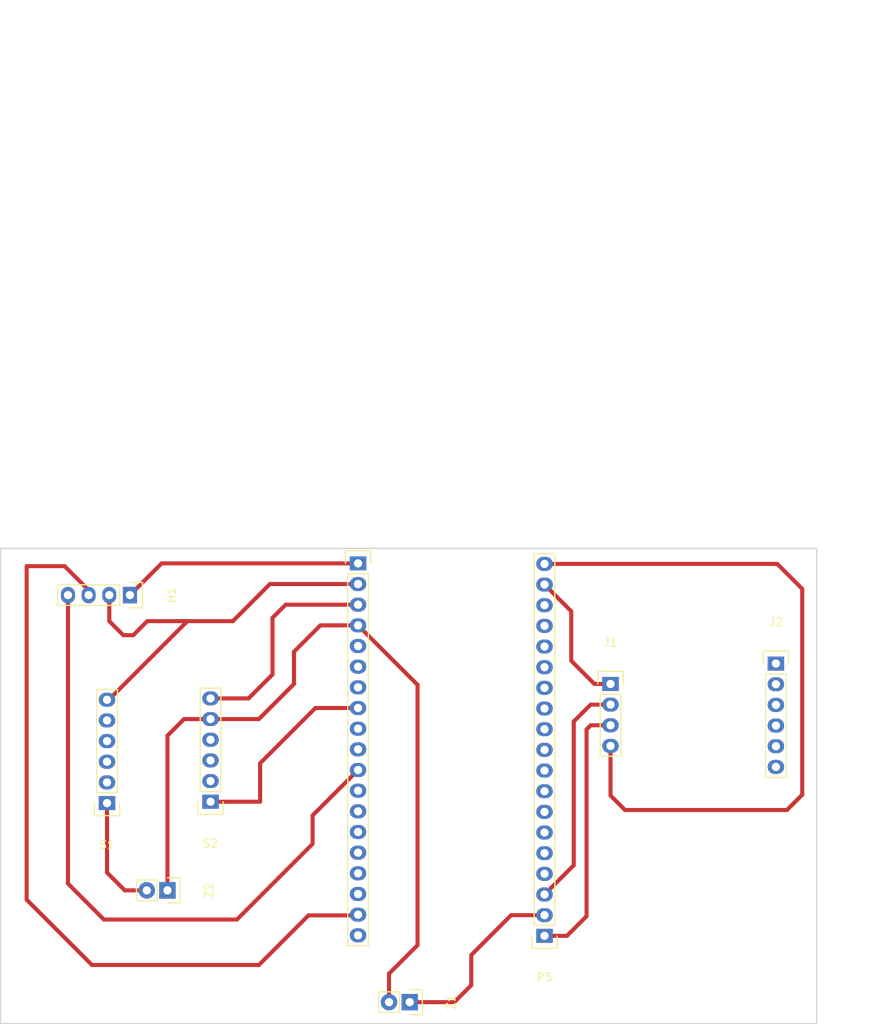
<source format=kicad_pcb>
(kicad_pcb (version 4) (host pcbnew 4.0.7)

  (general
    (links 16)
    (no_connects 0)
    (area 91.364999 51.994999 191.845001 110.565001)
    (thickness 1.6)
    (drawings 5)
    (tracks 76)
    (zones 0)
    (modules 9)
    (nets 53)
  )

  (page A4)
  (layers
    (0 F.Cu signal)
    (31 B.Cu signal)
    (32 B.Adhes user)
    (33 F.Adhes user)
    (34 B.Paste user)
    (35 F.Paste user)
    (36 B.SilkS user)
    (37 F.SilkS user)
    (38 B.Mask user)
    (39 F.Mask user)
    (40 Dwgs.User user)
    (41 Cmts.User user)
    (42 Eco1.User user)
    (43 Eco2.User user)
    (44 Edge.Cuts user)
    (45 Margin user)
    (46 B.CrtYd user)
    (47 F.CrtYd user)
    (48 B.Fab user)
    (49 F.Fab user)
  )

  (setup
    (last_trace_width 0.5)
    (user_trace_width 0.5)
    (user_trace_width 1)
    (user_trace_width 1.5)
    (user_trace_width 2)
    (user_trace_width 2.5)
    (user_trace_width 3)
    (user_trace_width 3.5)
    (user_trace_width 4)
    (trace_clearance 0.2)
    (zone_clearance 0.508)
    (zone_45_only no)
    (trace_min 0.2)
    (segment_width 0.2)
    (edge_width 0.15)
    (via_size 0.6)
    (via_drill 0.4)
    (via_min_size 0.4)
    (via_min_drill 0.3)
    (uvia_size 0.3)
    (uvia_drill 0.1)
    (uvias_allowed no)
    (uvia_min_size 0.2)
    (uvia_min_drill 0.1)
    (pcb_text_width 0.3)
    (pcb_text_size 1.5 1.5)
    (mod_edge_width 0.15)
    (mod_text_size 1 1)
    (mod_text_width 0.15)
    (pad_size 1.524 1.524)
    (pad_drill 0.762)
    (pad_to_mask_clearance 0.2)
    (aux_axis_origin 0 0)
    (visible_elements FFFFFF7F)
    (pcbplotparams
      (layerselection 0x00030_80000001)
      (usegerberextensions false)
      (excludeedgelayer true)
      (linewidth 0.100000)
      (plotframeref false)
      (viasonmask false)
      (mode 1)
      (useauxorigin false)
      (hpglpennumber 1)
      (hpglpenspeed 20)
      (hpglpendiameter 15)
      (hpglpenoverlay 2)
      (psnegative false)
      (psa4output false)
      (plotreference true)
      (plotvalue true)
      (plotinvisibletext false)
      (padsonsilk false)
      (subtractmaskfromsilk false)
      (outputformat 1)
      (mirror false)
      (drillshape 1)
      (scaleselection 1)
      (outputdirectory ""))
  )

  (net 0 "")
  (net 1 /GND2)
  (net 2 /5v1)
  (net 3 /SDA)
  (net 4 /SCL)
  (net 5 /VCC)
  (net 6 /SCK)
  (net 7 /DT)
  (net 8 /GND1)
  (net 9 "Net-(J2-Pad1)")
  (net 10 "Net-(J2-Pad2)")
  (net 11 /A+)
  (net 12 /A-)
  (net 13 /E-)
  (net 14 /E+)
  (net 15 /3v)
  (net 16 /GND)
  (net 17 "Net-(P4-Pad5)")
  (net 18 "Net-(P4-Pad6)")
  (net 19 "Net-(P4-Pad7)")
  (net 20 /M0)
  (net 21 "Net-(P4-Pad9)")
  (net 22 "Net-(P4-Pad10)")
  (net 23 "Net-(P4-Pad12)")
  (net 24 "Net-(P4-Pad13)")
  (net 25 "Net-(P4-Pad14)")
  (net 26 "Net-(P4-Pad15)")
  (net 27 "Net-(P4-Pad16)")
  (net 28 "Net-(P4-Pad17)")
  (net 29 "Net-(P4-Pad19)")
  (net 30 "Net-(P5-Pad2)")
  (net 31 "Net-(P5-Pad4)")
  (net 32 "Net-(P5-Pad5)")
  (net 33 "Net-(P5-Pad6)")
  (net 34 "Net-(P5-Pad7)")
  (net 35 "Net-(P5-Pad8)")
  (net 36 "Net-(P5-Pad9)")
  (net 37 "Net-(P5-Pad10)")
  (net 38 "Net-(P5-Pad11)")
  (net 39 "Net-(P5-Pad12)")
  (net 40 "Net-(P5-Pad13)")
  (net 41 "Net-(P5-Pad14)")
  (net 42 "Net-(P5-Pad15)")
  (net 43 "Net-(P5-Pad16)")
  (net 44 "Net-(P5-Pad17)")
  (net 45 "Net-(S1-Pad2)")
  (net 46 "Net-(S1-Pad3)")
  (net 47 "Net-(S1-Pad4)")
  (net 48 "Net-(S1-Pad5)")
  (net 49 "Net-(S2-Pad2)")
  (net 50 "Net-(S2-Pad3)")
  (net 51 "Net-(S2-Pad4)")
  (net 52 /M1)

  (net_class Default "This is the default net class."
    (clearance 0.2)
    (trace_width 0.25)
    (via_dia 0.6)
    (via_drill 0.4)
    (uvia_dia 0.3)
    (uvia_drill 0.1)
    (add_net /3v)
    (add_net /5v1)
    (add_net /A+)
    (add_net /A-)
    (add_net /DT)
    (add_net /E+)
    (add_net /E-)
    (add_net /GND)
    (add_net /GND1)
    (add_net /GND2)
    (add_net /M0)
    (add_net /M1)
    (add_net /SCK)
    (add_net /SCL)
    (add_net /SDA)
    (add_net /VCC)
    (add_net "Net-(J2-Pad1)")
    (add_net "Net-(J2-Pad2)")
    (add_net "Net-(P4-Pad10)")
    (add_net "Net-(P4-Pad12)")
    (add_net "Net-(P4-Pad13)")
    (add_net "Net-(P4-Pad14)")
    (add_net "Net-(P4-Pad15)")
    (add_net "Net-(P4-Pad16)")
    (add_net "Net-(P4-Pad17)")
    (add_net "Net-(P4-Pad19)")
    (add_net "Net-(P4-Pad5)")
    (add_net "Net-(P4-Pad6)")
    (add_net "Net-(P4-Pad7)")
    (add_net "Net-(P4-Pad9)")
    (add_net "Net-(P5-Pad10)")
    (add_net "Net-(P5-Pad11)")
    (add_net "Net-(P5-Pad12)")
    (add_net "Net-(P5-Pad13)")
    (add_net "Net-(P5-Pad14)")
    (add_net "Net-(P5-Pad15)")
    (add_net "Net-(P5-Pad16)")
    (add_net "Net-(P5-Pad17)")
    (add_net "Net-(P5-Pad2)")
    (add_net "Net-(P5-Pad4)")
    (add_net "Net-(P5-Pad5)")
    (add_net "Net-(P5-Pad6)")
    (add_net "Net-(P5-Pad7)")
    (add_net "Net-(P5-Pad8)")
    (add_net "Net-(P5-Pad9)")
    (add_net "Net-(S1-Pad2)")
    (add_net "Net-(S1-Pad3)")
    (add_net "Net-(S1-Pad4)")
    (add_net "Net-(S1-Pad5)")
    (add_net "Net-(S2-Pad2)")
    (add_net "Net-(S2-Pad3)")
    (add_net "Net-(S2-Pad4)")
  )

  (module Pin_Headers:Pin_Header_Straight_1x04 (layer F.Cu) (tedit 0) (tstamp 5A5A0CE8)
    (at 107.3404 57.8104 270)
    (descr "Through hole pin header")
    (tags "pin header")
    (path /5A53E1CD)
    (fp_text reference H1 (at 0 -5.1 270) (layer F.SilkS)
      (effects (font (size 1 1) (thickness 0.15)))
    )
    (fp_text value Temp_humidity (at 0 -3.1 270) (layer F.Fab)
      (effects (font (size 1 1) (thickness 0.15)))
    )
    (fp_line (start -1.75 -1.75) (end -1.75 9.4) (layer F.CrtYd) (width 0.05))
    (fp_line (start 1.75 -1.75) (end 1.75 9.4) (layer F.CrtYd) (width 0.05))
    (fp_line (start -1.75 -1.75) (end 1.75 -1.75) (layer F.CrtYd) (width 0.05))
    (fp_line (start -1.75 9.4) (end 1.75 9.4) (layer F.CrtYd) (width 0.05))
    (fp_line (start -1.27 1.27) (end -1.27 8.89) (layer F.SilkS) (width 0.15))
    (fp_line (start 1.27 1.27) (end 1.27 8.89) (layer F.SilkS) (width 0.15))
    (fp_line (start 1.55 -1.55) (end 1.55 0) (layer F.SilkS) (width 0.15))
    (fp_line (start -1.27 8.89) (end 1.27 8.89) (layer F.SilkS) (width 0.15))
    (fp_line (start 1.27 1.27) (end -1.27 1.27) (layer F.SilkS) (width 0.15))
    (fp_line (start -1.55 0) (end -1.55 -1.55) (layer F.SilkS) (width 0.15))
    (fp_line (start -1.55 -1.55) (end 1.55 -1.55) (layer F.SilkS) (width 0.15))
    (pad 1 thru_hole rect (at 0 0 270) (size 2.032 1.7272) (drill 1.016) (layers *.Cu *.Mask)
      (net 1 /GND2))
    (pad 2 thru_hole oval (at 0 2.54 270) (size 2.032 1.7272) (drill 1.016) (layers *.Cu *.Mask)
      (net 2 /5v1))
    (pad 3 thru_hole oval (at 0 5.08 270) (size 2.032 1.7272) (drill 1.016) (layers *.Cu *.Mask)
      (net 3 /SDA))
    (pad 4 thru_hole oval (at 0 7.62 270) (size 2.032 1.7272) (drill 1.016) (layers *.Cu *.Mask)
      (net 4 /SCL))
    (model Pin_Headers.3dshapes/Pin_Header_Straight_1x04.wrl
      (at (xyz 0 -0.15 0))
      (scale (xyz 1 1 1))
      (rotate (xyz 0 0 90))
    )
  )

  (module Pin_Headers:Pin_Header_Straight_1x04 (layer F.Cu) (tedit 0) (tstamp 5A5A0CFB)
    (at 166.4208 68.7324)
    (descr "Through hole pin header")
    (tags "pin header")
    (path /5A53BC44)
    (fp_text reference J1 (at 0 -5.1) (layer F.SilkS)
      (effects (font (size 1 1) (thickness 0.15)))
    )
    (fp_text value ScaleL (at 0 -3.1) (layer F.Fab)
      (effects (font (size 1 1) (thickness 0.15)))
    )
    (fp_line (start -1.75 -1.75) (end -1.75 9.4) (layer F.CrtYd) (width 0.05))
    (fp_line (start 1.75 -1.75) (end 1.75 9.4) (layer F.CrtYd) (width 0.05))
    (fp_line (start -1.75 -1.75) (end 1.75 -1.75) (layer F.CrtYd) (width 0.05))
    (fp_line (start -1.75 9.4) (end 1.75 9.4) (layer F.CrtYd) (width 0.05))
    (fp_line (start -1.27 1.27) (end -1.27 8.89) (layer F.SilkS) (width 0.15))
    (fp_line (start 1.27 1.27) (end 1.27 8.89) (layer F.SilkS) (width 0.15))
    (fp_line (start 1.55 -1.55) (end 1.55 0) (layer F.SilkS) (width 0.15))
    (fp_line (start -1.27 8.89) (end 1.27 8.89) (layer F.SilkS) (width 0.15))
    (fp_line (start 1.27 1.27) (end -1.27 1.27) (layer F.SilkS) (width 0.15))
    (fp_line (start -1.55 0) (end -1.55 -1.55) (layer F.SilkS) (width 0.15))
    (fp_line (start -1.55 -1.55) (end 1.55 -1.55) (layer F.SilkS) (width 0.15))
    (pad 1 thru_hole rect (at 0 0) (size 2.032 1.7272) (drill 1.016) (layers *.Cu *.Mask)
      (net 5 /VCC))
    (pad 2 thru_hole oval (at 0 2.54) (size 2.032 1.7272) (drill 1.016) (layers *.Cu *.Mask)
      (net 6 /SCK))
    (pad 3 thru_hole oval (at 0 5.08) (size 2.032 1.7272) (drill 1.016) (layers *.Cu *.Mask)
      (net 7 /DT))
    (pad 4 thru_hole oval (at 0 7.62) (size 2.032 1.7272) (drill 1.016) (layers *.Cu *.Mask)
      (net 8 /GND1))
    (model Pin_Headers.3dshapes/Pin_Header_Straight_1x04.wrl
      (at (xyz 0 -0.15 0))
      (scale (xyz 1 1 1))
      (rotate (xyz 0 0 90))
    )
  )

  (module Pin_Headers:Pin_Header_Straight_1x06 (layer F.Cu) (tedit 0) (tstamp 5A5A0D10)
    (at 186.7535 66.2305)
    (descr "Through hole pin header")
    (tags "pin header")
    (path /5A53BF27)
    (fp_text reference J2 (at 0 -5.1) (layer F.SilkS)
      (effects (font (size 1 1) (thickness 0.15)))
    )
    (fp_text value Scale (at 0 -3.1) (layer F.Fab)
      (effects (font (size 1 1) (thickness 0.15)))
    )
    (fp_line (start -1.75 -1.75) (end -1.75 14.45) (layer F.CrtYd) (width 0.05))
    (fp_line (start 1.75 -1.75) (end 1.75 14.45) (layer F.CrtYd) (width 0.05))
    (fp_line (start -1.75 -1.75) (end 1.75 -1.75) (layer F.CrtYd) (width 0.05))
    (fp_line (start -1.75 14.45) (end 1.75 14.45) (layer F.CrtYd) (width 0.05))
    (fp_line (start 1.27 1.27) (end 1.27 13.97) (layer F.SilkS) (width 0.15))
    (fp_line (start 1.27 13.97) (end -1.27 13.97) (layer F.SilkS) (width 0.15))
    (fp_line (start -1.27 13.97) (end -1.27 1.27) (layer F.SilkS) (width 0.15))
    (fp_line (start 1.55 -1.55) (end 1.55 0) (layer F.SilkS) (width 0.15))
    (fp_line (start 1.27 1.27) (end -1.27 1.27) (layer F.SilkS) (width 0.15))
    (fp_line (start -1.55 0) (end -1.55 -1.55) (layer F.SilkS) (width 0.15))
    (fp_line (start -1.55 -1.55) (end 1.55 -1.55) (layer F.SilkS) (width 0.15))
    (pad 1 thru_hole rect (at 0 0) (size 2.032 1.7272) (drill 1.016) (layers *.Cu *.Mask)
      (net 9 "Net-(J2-Pad1)"))
    (pad 2 thru_hole oval (at 0 2.54) (size 2.032 1.7272) (drill 1.016) (layers *.Cu *.Mask)
      (net 10 "Net-(J2-Pad2)"))
    (pad 3 thru_hole oval (at 0 5.08) (size 2.032 1.7272) (drill 1.016) (layers *.Cu *.Mask)
      (net 11 /A+))
    (pad 4 thru_hole oval (at 0 7.62) (size 2.032 1.7272) (drill 1.016) (layers *.Cu *.Mask)
      (net 12 /A-))
    (pad 5 thru_hole oval (at 0 10.16) (size 2.032 1.7272) (drill 1.016) (layers *.Cu *.Mask)
      (net 13 /E-))
    (pad 6 thru_hole oval (at 0 12.7) (size 2.032 1.7272) (drill 1.016) (layers *.Cu *.Mask)
      (net 14 /E+))
    (model Pin_Headers.3dshapes/Pin_Header_Straight_1x06.wrl
      (at (xyz 0 -0.25 0))
      (scale (xyz 1 1 1))
      (rotate (xyz 0 0 90))
    )
  )

  (module Pin_Headers:Pin_Header_Straight_1x19 (layer F.Cu) (tedit 5A56EC9E) (tstamp 5A5A0D32)
    (at 135.382 53.9115)
    (descr "Through hole pin header")
    (tags "pin header")
    (path /5943A05C)
    (fp_text reference P4 (at 0 -5.1) (layer F.SilkS) hide
      (effects (font (size 1 1) (thickness 0.15)))
    )
    (fp_text value ESP_32 (at 0 -3.1) (layer F.Fab) hide
      (effects (font (size 1 1) (thickness 0.15)))
    )
    (fp_line (start -1.75 -1.75) (end -1.75 47.5) (layer F.CrtYd) (width 0.05))
    (fp_line (start 1.75 -1.75) (end 1.75 47.5) (layer F.CrtYd) (width 0.05))
    (fp_line (start -1.75 -1.75) (end 1.75 -1.75) (layer F.CrtYd) (width 0.05))
    (fp_line (start -1.75 47.5) (end 1.75 47.5) (layer F.CrtYd) (width 0.05))
    (fp_line (start 1.27 1.27) (end 1.27 46.99) (layer F.SilkS) (width 0.15))
    (fp_line (start 1.27 46.99) (end -1.27 46.99) (layer F.SilkS) (width 0.15))
    (fp_line (start -1.27 46.99) (end -1.27 1.27) (layer F.SilkS) (width 0.15))
    (fp_line (start 1.55 -1.55) (end 1.55 0) (layer F.SilkS) (width 0.15))
    (fp_line (start 1.27 1.27) (end -1.27 1.27) (layer F.SilkS) (width 0.15))
    (fp_line (start -1.55 0) (end -1.55 -1.55) (layer F.SilkS) (width 0.15))
    (fp_line (start -1.55 -1.55) (end 1.55 -1.55) (layer F.SilkS) (width 0.15))
    (pad 1 thru_hole rect (at 0 0) (size 2.032 1.7272) (drill 1.016) (layers *.Cu *.Mask)
      (net 1 /GND2))
    (pad 2 thru_hole oval (at 0 2.54) (size 2.032 1.7272) (drill 1.016) (layers *.Cu *.Mask)
      (net 2 /5v1))
    (pad 3 thru_hole oval (at 0 5.08) (size 2.032 1.7272) (drill 1.016) (layers *.Cu *.Mask)
      (net 15 /3v))
    (pad 4 thru_hole oval (at 0 7.62) (size 2.032 1.7272) (drill 1.016) (layers *.Cu *.Mask)
      (net 16 /GND))
    (pad 5 thru_hole oval (at 0 10.16) (size 2.032 1.7272) (drill 1.016) (layers *.Cu *.Mask)
      (net 17 "Net-(P4-Pad5)"))
    (pad 6 thru_hole oval (at 0 12.7) (size 2.032 1.7272) (drill 1.016) (layers *.Cu *.Mask)
      (net 18 "Net-(P4-Pad6)"))
    (pad 7 thru_hole oval (at 0 15.24) (size 2.032 1.7272) (drill 1.016) (layers *.Cu *.Mask)
      (net 19 "Net-(P4-Pad7)"))
    (pad 8 thru_hole oval (at 0 17.78) (size 2.032 1.7272) (drill 1.016) (layers *.Cu *.Mask)
      (net 20 /M0))
    (pad 9 thru_hole oval (at 0 20.32) (size 2.032 1.7272) (drill 1.016) (layers *.Cu *.Mask)
      (net 21 "Net-(P4-Pad9)"))
    (pad 10 thru_hole oval (at 0 22.86) (size 2.032 1.7272) (drill 1.016) (layers *.Cu *.Mask)
      (net 22 "Net-(P4-Pad10)"))
    (pad 11 thru_hole oval (at 0 25.4) (size 2.032 1.7272) (drill 1.016) (layers *.Cu *.Mask)
      (net 4 /SCL))
    (pad 12 thru_hole oval (at 0 27.94) (size 2.032 1.7272) (drill 1.016) (layers *.Cu *.Mask)
      (net 23 "Net-(P4-Pad12)"))
    (pad 13 thru_hole oval (at 0 30.48) (size 2.032 1.7272) (drill 1.016) (layers *.Cu *.Mask)
      (net 24 "Net-(P4-Pad13)"))
    (pad 14 thru_hole oval (at 0 33.02) (size 2.032 1.7272) (drill 1.016) (layers *.Cu *.Mask)
      (net 25 "Net-(P4-Pad14)"))
    (pad 15 thru_hole oval (at 0 35.56) (size 2.032 1.7272) (drill 1.016) (layers *.Cu *.Mask)
      (net 26 "Net-(P4-Pad15)"))
    (pad 16 thru_hole oval (at 0 38.1) (size 2.032 1.7272) (drill 1.016) (layers *.Cu *.Mask)
      (net 27 "Net-(P4-Pad16)"))
    (pad 17 thru_hole oval (at 0 40.64) (size 2.032 1.7272) (drill 1.016) (layers *.Cu *.Mask)
      (net 28 "Net-(P4-Pad17)"))
    (pad 18 thru_hole oval (at 0 43.18) (size 2.032 1.7272) (drill 1.016) (layers *.Cu *.Mask)
      (net 3 /SDA))
    (pad 19 thru_hole oval (at 0 45.72) (size 2.032 1.7272) (drill 1.016) (layers *.Cu *.Mask)
      (net 29 "Net-(P4-Pad19)"))
    (model Pin_Headers.3dshapes/Pin_Header_Straight_1x19.wrl
      (at (xyz 0 -0.9 0))
      (scale (xyz 1 1 1))
      (rotate (xyz 0 0 90))
    )
  )

  (module Pin_Headers:Pin_Header_Straight_1x19 (layer F.Cu) (tedit 0) (tstamp 5A5A0D54)
    (at 158.3055 99.695 180)
    (descr "Through hole pin header")
    (tags "pin header")
    (path /5A55B634)
    (fp_text reference P5 (at 0 -5.1 180) (layer F.SilkS)
      (effects (font (size 1 1) (thickness 0.15)))
    )
    (fp_text value esp_lora (at 0 -3.1 180) (layer F.Fab)
      (effects (font (size 1 1) (thickness 0.15)))
    )
    (fp_line (start -1.75 -1.75) (end -1.75 47.5) (layer F.CrtYd) (width 0.05))
    (fp_line (start 1.75 -1.75) (end 1.75 47.5) (layer F.CrtYd) (width 0.05))
    (fp_line (start -1.75 -1.75) (end 1.75 -1.75) (layer F.CrtYd) (width 0.05))
    (fp_line (start -1.75 47.5) (end 1.75 47.5) (layer F.CrtYd) (width 0.05))
    (fp_line (start 1.27 1.27) (end 1.27 46.99) (layer F.SilkS) (width 0.15))
    (fp_line (start 1.27 46.99) (end -1.27 46.99) (layer F.SilkS) (width 0.15))
    (fp_line (start -1.27 46.99) (end -1.27 1.27) (layer F.SilkS) (width 0.15))
    (fp_line (start 1.55 -1.55) (end 1.55 0) (layer F.SilkS) (width 0.15))
    (fp_line (start 1.27 1.27) (end -1.27 1.27) (layer F.SilkS) (width 0.15))
    (fp_line (start -1.55 0) (end -1.55 -1.55) (layer F.SilkS) (width 0.15))
    (fp_line (start -1.55 -1.55) (end 1.55 -1.55) (layer F.SilkS) (width 0.15))
    (pad 1 thru_hole rect (at 0 0 180) (size 2.032 1.7272) (drill 1.016) (layers *.Cu *.Mask)
      (net 7 /DT))
    (pad 2 thru_hole oval (at 0 2.54 180) (size 2.032 1.7272) (drill 1.016) (layers *.Cu *.Mask)
      (net 30 "Net-(P5-Pad2)"))
    (pad 3 thru_hole oval (at 0 5.08 180) (size 2.032 1.7272) (drill 1.016) (layers *.Cu *.Mask)
      (net 6 /SCK))
    (pad 4 thru_hole oval (at 0 7.62 180) (size 2.032 1.7272) (drill 1.016) (layers *.Cu *.Mask)
      (net 31 "Net-(P5-Pad4)"))
    (pad 5 thru_hole oval (at 0 10.16 180) (size 2.032 1.7272) (drill 1.016) (layers *.Cu *.Mask)
      (net 32 "Net-(P5-Pad5)"))
    (pad 6 thru_hole oval (at 0 12.7 180) (size 2.032 1.7272) (drill 1.016) (layers *.Cu *.Mask)
      (net 33 "Net-(P5-Pad6)"))
    (pad 7 thru_hole oval (at 0 15.24 180) (size 2.032 1.7272) (drill 1.016) (layers *.Cu *.Mask)
      (net 34 "Net-(P5-Pad7)"))
    (pad 8 thru_hole oval (at 0 17.78 180) (size 2.032 1.7272) (drill 1.016) (layers *.Cu *.Mask)
      (net 35 "Net-(P5-Pad8)"))
    (pad 9 thru_hole oval (at 0 20.32 180) (size 2.032 1.7272) (drill 1.016) (layers *.Cu *.Mask)
      (net 36 "Net-(P5-Pad9)"))
    (pad 10 thru_hole oval (at 0 22.86 180) (size 2.032 1.7272) (drill 1.016) (layers *.Cu *.Mask)
      (net 37 "Net-(P5-Pad10)"))
    (pad 11 thru_hole oval (at 0 25.4 180) (size 2.032 1.7272) (drill 1.016) (layers *.Cu *.Mask)
      (net 38 "Net-(P5-Pad11)"))
    (pad 12 thru_hole oval (at 0 27.94 180) (size 2.032 1.7272) (drill 1.016) (layers *.Cu *.Mask)
      (net 39 "Net-(P5-Pad12)"))
    (pad 13 thru_hole oval (at 0 30.48 180) (size 2.032 1.7272) (drill 1.016) (layers *.Cu *.Mask)
      (net 40 "Net-(P5-Pad13)"))
    (pad 14 thru_hole oval (at 0 33.02 180) (size 2.032 1.7272) (drill 1.016) (layers *.Cu *.Mask)
      (net 41 "Net-(P5-Pad14)"))
    (pad 15 thru_hole oval (at 0 35.56 180) (size 2.032 1.7272) (drill 1.016) (layers *.Cu *.Mask)
      (net 42 "Net-(P5-Pad15)"))
    (pad 16 thru_hole oval (at 0 38.1 180) (size 2.032 1.7272) (drill 1.016) (layers *.Cu *.Mask)
      (net 43 "Net-(P5-Pad16)"))
    (pad 17 thru_hole oval (at 0 40.64 180) (size 2.032 1.7272) (drill 1.016) (layers *.Cu *.Mask)
      (net 44 "Net-(P5-Pad17)"))
    (pad 18 thru_hole oval (at 0 43.18 180) (size 2.032 1.7272) (drill 1.016) (layers *.Cu *.Mask)
      (net 5 /VCC))
    (pad 19 thru_hole oval (at 0 45.72 180) (size 2.032 1.7272) (drill 1.016) (layers *.Cu *.Mask)
      (net 8 /GND1))
    (model Pin_Headers.3dshapes/Pin_Header_Straight_1x19.wrl
      (at (xyz 0 -0.9 0))
      (scale (xyz 1 1 1))
      (rotate (xyz 0 0 90))
    )
  )

  (module Pin_Headers:Pin_Header_Straight_1x06 (layer F.Cu) (tedit 0) (tstamp 5A5A0D69)
    (at 104.521 83.3755 180)
    (descr "Through hole pin header")
    (tags "pin header")
    (path /5A53BE14)
    (fp_text reference S1 (at 0 -5.1 180) (layer F.SilkS)
      (effects (font (size 1 1) (thickness 0.15)))
    )
    (fp_text value Shifter (at 0 -3.1 180) (layer F.Fab)
      (effects (font (size 1 1) (thickness 0.15)))
    )
    (fp_line (start -1.75 -1.75) (end -1.75 14.45) (layer F.CrtYd) (width 0.05))
    (fp_line (start 1.75 -1.75) (end 1.75 14.45) (layer F.CrtYd) (width 0.05))
    (fp_line (start -1.75 -1.75) (end 1.75 -1.75) (layer F.CrtYd) (width 0.05))
    (fp_line (start -1.75 14.45) (end 1.75 14.45) (layer F.CrtYd) (width 0.05))
    (fp_line (start 1.27 1.27) (end 1.27 13.97) (layer F.SilkS) (width 0.15))
    (fp_line (start 1.27 13.97) (end -1.27 13.97) (layer F.SilkS) (width 0.15))
    (fp_line (start -1.27 13.97) (end -1.27 1.27) (layer F.SilkS) (width 0.15))
    (fp_line (start 1.55 -1.55) (end 1.55 0) (layer F.SilkS) (width 0.15))
    (fp_line (start 1.27 1.27) (end -1.27 1.27) (layer F.SilkS) (width 0.15))
    (fp_line (start -1.55 0) (end -1.55 -1.55) (layer F.SilkS) (width 0.15))
    (fp_line (start -1.55 -1.55) (end 1.55 -1.55) (layer F.SilkS) (width 0.15))
    (pad 1 thru_hole rect (at 0 0 180) (size 2.032 1.7272) (drill 1.016) (layers *.Cu *.Mask)
      (net 52 /M1))
    (pad 2 thru_hole oval (at 0 2.54 180) (size 2.032 1.7272) (drill 1.016) (layers *.Cu *.Mask)
      (net 45 "Net-(S1-Pad2)"))
    (pad 3 thru_hole oval (at 0 5.08 180) (size 2.032 1.7272) (drill 1.016) (layers *.Cu *.Mask)
      (net 46 "Net-(S1-Pad3)"))
    (pad 4 thru_hole oval (at 0 7.62 180) (size 2.032 1.7272) (drill 1.016) (layers *.Cu *.Mask)
      (net 47 "Net-(S1-Pad4)"))
    (pad 5 thru_hole oval (at 0 10.16 180) (size 2.032 1.7272) (drill 1.016) (layers *.Cu *.Mask)
      (net 48 "Net-(S1-Pad5)"))
    (pad 6 thru_hole oval (at 0 12.7 180) (size 2.032 1.7272) (drill 1.016) (layers *.Cu *.Mask)
      (net 2 /5v1))
    (model Pin_Headers.3dshapes/Pin_Header_Straight_1x06.wrl
      (at (xyz 0 -0.25 0))
      (scale (xyz 1 1 1))
      (rotate (xyz 0 0 90))
    )
  )

  (module Pin_Headers:Pin_Header_Straight_1x06 (layer F.Cu) (tedit 0) (tstamp 5A5A0D7E)
    (at 117.2464 83.2104 180)
    (descr "Through hole pin header")
    (tags "pin header")
    (path /5A53BECB)
    (fp_text reference S2 (at 0 -5.1 180) (layer F.SilkS)
      (effects (font (size 1 1) (thickness 0.15)))
    )
    (fp_text value ShifterR (at 0 -3.1 180) (layer F.Fab)
      (effects (font (size 1 1) (thickness 0.15)))
    )
    (fp_line (start -1.75 -1.75) (end -1.75 14.45) (layer F.CrtYd) (width 0.05))
    (fp_line (start 1.75 -1.75) (end 1.75 14.45) (layer F.CrtYd) (width 0.05))
    (fp_line (start -1.75 -1.75) (end 1.75 -1.75) (layer F.CrtYd) (width 0.05))
    (fp_line (start -1.75 14.45) (end 1.75 14.45) (layer F.CrtYd) (width 0.05))
    (fp_line (start 1.27 1.27) (end 1.27 13.97) (layer F.SilkS) (width 0.15))
    (fp_line (start 1.27 13.97) (end -1.27 13.97) (layer F.SilkS) (width 0.15))
    (fp_line (start -1.27 13.97) (end -1.27 1.27) (layer F.SilkS) (width 0.15))
    (fp_line (start 1.55 -1.55) (end 1.55 0) (layer F.SilkS) (width 0.15))
    (fp_line (start 1.27 1.27) (end -1.27 1.27) (layer F.SilkS) (width 0.15))
    (fp_line (start -1.55 0) (end -1.55 -1.55) (layer F.SilkS) (width 0.15))
    (fp_line (start -1.55 -1.55) (end 1.55 -1.55) (layer F.SilkS) (width 0.15))
    (pad 1 thru_hole rect (at 0 0 180) (size 2.032 1.7272) (drill 1.016) (layers *.Cu *.Mask)
      (net 20 /M0))
    (pad 2 thru_hole oval (at 0 2.54 180) (size 2.032 1.7272) (drill 1.016) (layers *.Cu *.Mask)
      (net 49 "Net-(S2-Pad2)"))
    (pad 3 thru_hole oval (at 0 5.08 180) (size 2.032 1.7272) (drill 1.016) (layers *.Cu *.Mask)
      (net 50 "Net-(S2-Pad3)"))
    (pad 4 thru_hole oval (at 0 7.62 180) (size 2.032 1.7272) (drill 1.016) (layers *.Cu *.Mask)
      (net 51 "Net-(S2-Pad4)"))
    (pad 5 thru_hole oval (at 0 10.16 180) (size 2.032 1.7272) (drill 1.016) (layers *.Cu *.Mask)
      (net 16 /GND))
    (pad 6 thru_hole oval (at 0 12.7 180) (size 2.032 1.7272) (drill 1.016) (layers *.Cu *.Mask)
      (net 15 /3v))
    (model Pin_Headers.3dshapes/Pin_Header_Straight_1x06.wrl
      (at (xyz 0 -0.25 0))
      (scale (xyz 1 1 1))
      (rotate (xyz 0 0 90))
    )
  )

  (module Pin_Headers:Pin_Header_Straight_1x02 (layer F.Cu) (tedit 54EA090C) (tstamp 5A5A0D8F)
    (at 141.732 107.8484 270)
    (descr "Through hole pin header")
    (tags "pin header")
    (path /5A56C528)
    (fp_text reference Z1 (at 0 -5.1 270) (layer F.SilkS)
      (effects (font (size 1 1) (thickness 0.15)))
    )
    (fp_text value Buzzer (at 0 -3.1 270) (layer F.Fab)
      (effects (font (size 1 1) (thickness 0.15)))
    )
    (fp_line (start 1.27 1.27) (end 1.27 3.81) (layer F.SilkS) (width 0.15))
    (fp_line (start 1.55 -1.55) (end 1.55 0) (layer F.SilkS) (width 0.15))
    (fp_line (start -1.75 -1.75) (end -1.75 4.3) (layer F.CrtYd) (width 0.05))
    (fp_line (start 1.75 -1.75) (end 1.75 4.3) (layer F.CrtYd) (width 0.05))
    (fp_line (start -1.75 -1.75) (end 1.75 -1.75) (layer F.CrtYd) (width 0.05))
    (fp_line (start -1.75 4.3) (end 1.75 4.3) (layer F.CrtYd) (width 0.05))
    (fp_line (start 1.27 1.27) (end -1.27 1.27) (layer F.SilkS) (width 0.15))
    (fp_line (start -1.55 0) (end -1.55 -1.55) (layer F.SilkS) (width 0.15))
    (fp_line (start -1.55 -1.55) (end 1.55 -1.55) (layer F.SilkS) (width 0.15))
    (fp_line (start -1.27 1.27) (end -1.27 3.81) (layer F.SilkS) (width 0.15))
    (fp_line (start -1.27 3.81) (end 1.27 3.81) (layer F.SilkS) (width 0.15))
    (pad 1 thru_hole rect (at 0 0 270) (size 2.032 2.032) (drill 1.016) (layers *.Cu *.Mask)
      (net 30 "Net-(P5-Pad2)"))
    (pad 2 thru_hole oval (at 0 2.54 270) (size 2.032 2.032) (drill 1.016) (layers *.Cu *.Mask)
      (net 16 /GND))
    (model Pin_Headers.3dshapes/Pin_Header_Straight_1x02.wrl
      (at (xyz 0 -0.05 0))
      (scale (xyz 1 1 1))
      (rotate (xyz 0 0 90))
    )
  )

  (module Pin_Headers:Pin_Header_Straight_1x02 (layer F.Cu) (tedit 5A5701E6) (tstamp 5A5A0DA0)
    (at 111.9505 94.107 270)
    (descr "Through hole pin header")
    (tags "pin header")
    (path /5A56EC1C)
    (fp_text reference Z2 (at 0 -5.1 270) (layer F.SilkS)
      (effects (font (size 1 1) (thickness 0.15)))
    )
    (fp_text value Relay (at 0 -3.1 270) (layer F.Fab)
      (effects (font (size 1 1) (thickness 0.15)))
    )
    (fp_line (start 1.27 1.27) (end 1.27 3.81) (layer F.SilkS) (width 0.15))
    (fp_line (start 1.55 -1.55) (end 1.55 0) (layer F.SilkS) (width 0.15))
    (fp_line (start -1.75 -1.75) (end -1.75 4.3) (layer F.CrtYd) (width 0.05))
    (fp_line (start 1.75 -1.75) (end 1.75 4.3) (layer F.CrtYd) (width 0.05))
    (fp_line (start -1.75 -1.75) (end 1.75 -1.75) (layer F.CrtYd) (width 0.05))
    (fp_line (start -1.75 4.3) (end 1.75 4.3) (layer F.CrtYd) (width 0.05))
    (fp_line (start 1.27 1.27) (end -1.27 1.27) (layer F.SilkS) (width 0.15))
    (fp_line (start -1.55 0) (end -1.55 -1.55) (layer F.SilkS) (width 0.15))
    (fp_line (start -1.55 -1.55) (end 1.55 -1.55) (layer F.SilkS) (width 0.15))
    (fp_line (start -1.27 1.27) (end -1.27 3.81) (layer F.SilkS) (width 0.15))
    (fp_line (start -1.27 3.81) (end 1.27 3.81) (layer F.SilkS) (width 0.15))
    (pad 1 thru_hole rect (at 0 0 270) (size 2.032 2.032) (drill 1.016) (layers *.Cu *.Mask)
      (net 16 /GND))
    (pad 2 thru_hole oval (at 0 2.54 270) (size 2.032 2.032) (drill 1.016) (layers *.Cu *.Mask)
      (net 52 /M1))
    (model Pin_Headers.3dshapes/Pin_Header_Straight_1x02.wrl
      (at (xyz 0 -0.05 0))
      (scale (xyz 1 1 1))
      (rotate (xyz 0 0 90))
    )
  )

  (gr_line (start 91.44 110.49) (end 91.44 52.07) (angle 90) (layer Edge.Cuts) (width 0.15))
  (gr_line (start 191.77 110.49) (end 91.44 110.49) (angle 90) (layer Edge.Cuts) (width 0.15))
  (gr_line (start 191.77 52.07) (end 191.77 110.49) (angle 90) (layer Edge.Cuts) (width 0.15))
  (gr_line (start 91.44 52.07) (end 191.77 52.07) (angle 90) (layer Edge.Cuts) (width 0.15))
  (gr_line (start 196.85 -13.97) (end 198.12 -15.24) (angle 90) (layer Cmts.User) (width 0.2))

  (segment (start 135.382 53.9115) (end 111.2393 53.9115) (width 0.5) (layer F.Cu) (net 1))
  (segment (start 111.2393 53.9115) (end 107.3404 57.8104) (width 0.5) (layer F.Cu) (net 1) (tstamp 5A5A158C))
  (segment (start 114.4016 61.0108) (end 109.474 61.0108) (width 0.5) (layer F.Cu) (net 2))
  (segment (start 104.8004 61.0108) (end 104.8004 57.8104) (width 0.5) (layer F.Cu) (net 2) (tstamp 5A5A1589))
  (segment (start 106.5276 62.738) (end 104.8004 61.0108) (width 0.5) (layer F.Cu) (net 2) (tstamp 5A5A1588))
  (segment (start 107.7468 62.738) (end 106.5276 62.738) (width 0.5) (layer F.Cu) (net 2) (tstamp 5A5A1587))
  (segment (start 109.474 61.0108) (end 107.7468 62.738) (width 0.5) (layer F.Cu) (net 2) (tstamp 5A5A1586))
  (segment (start 135.382 56.4515) (end 124.5489 56.4515) (width 0.5) (layer F.Cu) (net 2))
  (segment (start 114.4016 61.0108) (end 104.7369 70.6755) (width 0.5) (layer F.Cu) (net 2) (tstamp 5A5A1581))
  (segment (start 119.9896 61.0108) (end 114.4016 61.0108) (width 0.5) (layer F.Cu) (net 2) (tstamp 5A5A157F))
  (segment (start 124.5489 56.4515) (end 119.9896 61.0108) (width 0.5) (layer F.Cu) (net 2) (tstamp 5A5A157E))
  (segment (start 104.7369 70.6755) (end 104.521 70.6755) (width 0.5) (layer F.Cu) (net 2) (tstamp 5A5A1583))
  (segment (start 102.2604 57.8104) (end 102.2604 57.2008) (width 0.5) (layer F.Cu) (net 3))
  (segment (start 102.2604 57.2008) (end 99.314 54.2544) (width 0.5) (layer F.Cu) (net 3) (tstamp 5A5A15AA))
  (segment (start 99.314 54.2544) (end 94.6404 54.2544) (width 0.5) (layer F.Cu) (net 3) (tstamp 5A5A15AB))
  (segment (start 94.6404 54.2544) (end 94.6404 95.25) (width 0.5) (layer F.Cu) (net 3) (tstamp 5A5A15AD))
  (segment (start 94.6404 95.25) (end 102.6668 103.2764) (width 0.5) (layer F.Cu) (net 3) (tstamp 5A5A15AE))
  (segment (start 102.6668 103.2764) (end 123.19 103.2764) (width 0.5) (layer F.Cu) (net 3) (tstamp 5A5A15AF))
  (segment (start 123.19 103.2764) (end 129.286 97.1804) (width 0.5) (layer F.Cu) (net 3) (tstamp 5A5A15B0))
  (segment (start 129.286 97.1804) (end 135.2931 97.1804) (width 0.5) (layer F.Cu) (net 3) (tstamp 5A5A15B1))
  (segment (start 135.2931 97.1804) (end 135.382 97.0915) (width 0.5) (layer F.Cu) (net 3) (tstamp 5A5A15B2))
  (segment (start 99.7204 57.8104) (end 99.7204 93.2688) (width 0.5) (layer F.Cu) (net 4))
  (segment (start 129.794 84.8995) (end 135.382 79.3115) (width 0.5) (layer F.Cu) (net 4) (tstamp 5A5A15A6))
  (segment (start 129.794 88.392) (end 129.794 84.8995) (width 0.5) (layer F.Cu) (net 4) (tstamp 5A5A15A4))
  (segment (start 120.4976 97.6884) (end 129.794 88.392) (width 0.5) (layer F.Cu) (net 4) (tstamp 5A5A15A2))
  (segment (start 104.14 97.6884) (end 120.4976 97.6884) (width 0.5) (layer F.Cu) (net 4) (tstamp 5A5A15A0))
  (segment (start 99.7204 93.2688) (end 104.14 97.6884) (width 0.5) (layer F.Cu) (net 4) (tstamp 5A5A159E))
  (segment (start 166.4208 68.7324) (end 164.4396 68.7324) (width 0.5) (layer F.Cu) (net 5))
  (segment (start 161.5948 59.8043) (end 158.3055 56.515) (width 0.5) (layer F.Cu) (net 5) (tstamp 5A5A1399))
  (segment (start 161.5948 65.8876) (end 161.5948 59.8043) (width 0.5) (layer F.Cu) (net 5) (tstamp 5A5A1397))
  (segment (start 164.4396 68.7324) (end 161.5948 65.8876) (width 0.5) (layer F.Cu) (net 5) (tstamp 5A5A1396))
  (segment (start 166.4208 71.2724) (end 163.9824 71.2724) (width 0.5) (layer F.Cu) (net 6))
  (segment (start 161.8996 91.0209) (end 158.3055 94.615) (width 0.5) (layer F.Cu) (net 6) (tstamp 5A5A13A0))
  (segment (start 161.8996 73.3552) (end 161.8996 91.0209) (width 0.5) (layer F.Cu) (net 6) (tstamp 5A5A139E))
  (segment (start 163.9824 71.2724) (end 161.8996 73.3552) (width 0.5) (layer F.Cu) (net 6) (tstamp 5A5A139D))
  (segment (start 166.4208 73.8124) (end 163.9824 73.8124) (width 0.5) (layer F.Cu) (net 7))
  (segment (start 161.0614 99.695) (end 158.3055 99.695) (width 0.5) (layer F.Cu) (net 7) (tstamp 5A5A13A8))
  (segment (start 163.4744 97.282) (end 161.0614 99.695) (width 0.5) (layer F.Cu) (net 7) (tstamp 5A5A13A6))
  (segment (start 163.4744 74.3204) (end 163.4744 97.282) (width 0.5) (layer F.Cu) (net 7) (tstamp 5A5A13A5))
  (segment (start 163.9824 73.8124) (end 163.4744 74.3204) (width 0.5) (layer F.Cu) (net 7) (tstamp 5A5A13A4))
  (segment (start 186.9186 53.975) (end 158.3055 53.975) (width 0.5) (layer F.Cu) (net 8) (tstamp 5A5A13B3))
  (segment (start 189.992 57.0484) (end 186.9186 53.975) (width 0.5) (layer F.Cu) (net 8) (tstamp 5A5A13B1))
  (segment (start 189.992 82.3468) (end 189.992 57.0484) (width 0.5) (layer F.Cu) (net 8) (tstamp 5A5A13B0))
  (segment (start 188.1124 84.2264) (end 189.992 82.3468) (width 0.5) (layer F.Cu) (net 8) (tstamp 5A5A13AF))
  (segment (start 168.1988 84.2264) (end 188.1124 84.2264) (width 0.5) (layer F.Cu) (net 8) (tstamp 5A5A13AE))
  (segment (start 166.4208 82.4484) (end 168.1988 84.2264) (width 0.5) (layer F.Cu) (net 8) (tstamp 5A5A13AC))
  (segment (start 166.4208 76.3524) (end 166.4208 82.4484) (width 0.5) (layer F.Cu) (net 8))
  (segment (start 135.382 58.9915) (end 126.4793 58.9915) (width 0.5) (layer F.Cu) (net 15))
  (segment (start 121.92 70.5104) (end 117.2464 70.5104) (width 0.5) (layer F.Cu) (net 15) (tstamp 5A5A13C5))
  (segment (start 124.8664 67.564) (end 121.92 70.5104) (width 0.5) (layer F.Cu) (net 15) (tstamp 5A5A13C3))
  (segment (start 124.8664 60.6044) (end 124.8664 67.564) (width 0.5) (layer F.Cu) (net 15) (tstamp 5A5A13C2))
  (segment (start 126.4793 58.9915) (end 124.8664 60.6044) (width 0.5) (layer F.Cu) (net 15) (tstamp 5A5A13C1))
  (segment (start 117.2464 73.0504) (end 113.9952 73.0504) (width 0.5) (layer F.Cu) (net 16))
  (segment (start 111.9505 75.0951) (end 111.9505 94.107) (width 0.5) (layer F.Cu) (net 16) (tstamp 5A5A156F))
  (segment (start 113.9952 73.0504) (end 111.9505 75.0951) (width 0.5) (layer F.Cu) (net 16) (tstamp 5A5A156E))
  (segment (start 139.192 107.8484) (end 139.192 104.3432) (width 0.5) (layer F.Cu) (net 16))
  (segment (start 142.6972 68.8467) (end 135.382 61.5315) (width 0.5) (layer F.Cu) (net 16) (tstamp 5A5A1532))
  (segment (start 142.6972 100.838) (end 142.6972 68.8467) (width 0.5) (layer F.Cu) (net 16) (tstamp 5A5A1530))
  (segment (start 139.192 104.3432) (end 142.6972 100.838) (width 0.5) (layer F.Cu) (net 16) (tstamp 5A5A152E))
  (segment (start 135.382 61.5315) (end 130.7465 61.5315) (width 0.5) (layer F.Cu) (net 16))
  (segment (start 123.19 73.0504) (end 117.2464 73.0504) (width 0.5) (layer F.Cu) (net 16) (tstamp 5A5A13CF))
  (segment (start 127.508 68.7324) (end 123.19 73.0504) (width 0.5) (layer F.Cu) (net 16) (tstamp 5A5A13CD))
  (segment (start 127.508 64.77) (end 127.508 68.7324) (width 0.5) (layer F.Cu) (net 16) (tstamp 5A5A13CB))
  (segment (start 130.7465 61.5315) (end 127.508 64.77) (width 0.5) (layer F.Cu) (net 16) (tstamp 5A5A13C9))
  (segment (start 135.382 71.6915) (end 130.1369 71.6915) (width 0.5) (layer F.Cu) (net 20))
  (segment (start 123.3424 83.2104) (end 117.2464 83.2104) (width 0.5) (layer F.Cu) (net 20) (tstamp 5A5A13D6))
  (segment (start 123.3424 78.486) (end 123.3424 83.2104) (width 0.5) (layer F.Cu) (net 20) (tstamp 5A5A13D5))
  (segment (start 130.1369 71.6915) (end 123.3424 78.486) (width 0.5) (layer F.Cu) (net 20) (tstamp 5A5A13D3))
  (segment (start 158.3055 97.155) (end 154.2034 97.155) (width 0.5) (layer F.Cu) (net 30))
  (segment (start 147.2184 107.8484) (end 141.732 107.8484) (width 0.5) (layer F.Cu) (net 30) (tstamp 5A5A152A))
  (segment (start 149.3012 105.7656) (end 147.2184 107.8484) (width 0.5) (layer F.Cu) (net 30) (tstamp 5A5A1528))
  (segment (start 149.3012 102.0572) (end 149.3012 105.7656) (width 0.5) (layer F.Cu) (net 30) (tstamp 5A5A1526))
  (segment (start 154.2034 97.155) (end 149.3012 102.0572) (width 0.5) (layer F.Cu) (net 30) (tstamp 5A5A1524))
  (segment (start 109.4105 94.107) (end 106.7054 94.107) (width 0.5) (layer F.Cu) (net 52))
  (segment (start 104.521 91.9226) (end 104.521 83.3755) (width 0.5) (layer F.Cu) (net 52) (tstamp 5A5A1574))
  (segment (start 106.7054 94.107) (end 104.521 91.9226) (width 0.5) (layer F.Cu) (net 52) (tstamp 5A5A1573))

)

</source>
